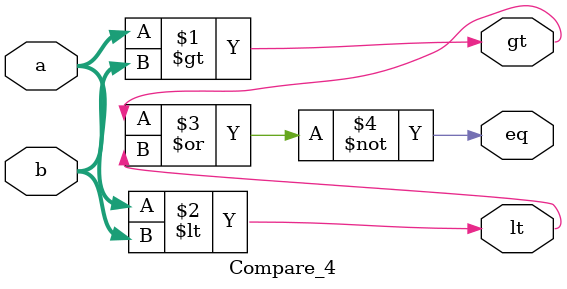
<source format=v>


module Compare_4(a, b, gt, lt, eq);

	input [3:0] a, b;
	
	output gt, lt, eq;
	
	assign gt = a > b;
	assign lt = a < b;
	assign eq = ~(gt | lt);
	
endmodule
</source>
